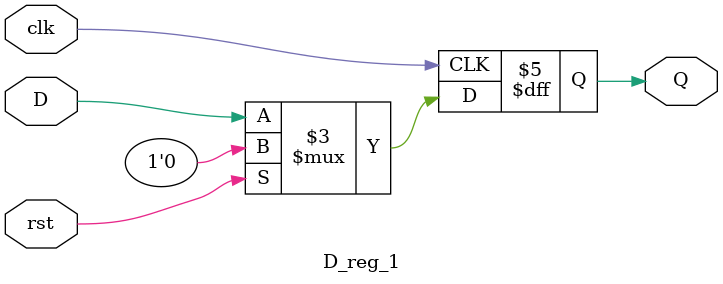
<source format=v>
`timescale 1ns / 1ps


module D_reg_1(
    D,
    Q,
    rst,
    clk
    );
    
    input D;
    output reg Q;
    input rst;
    input clk;
    

   always @(posedge clk) begin
     if (rst) begin
       Q <= 1'b0;
      end else begin
         Q <= D;
     end
 end
   
   

				
   
   
   
   
   
	
	endmodule
</source>
